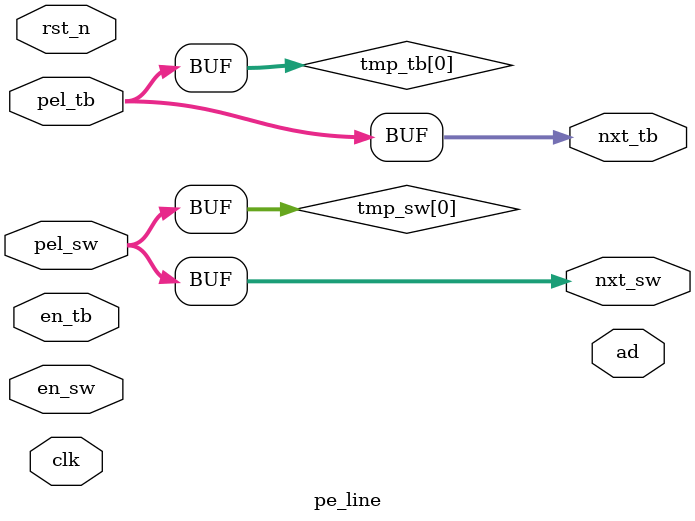
<source format=v>
`default_nettype none
module pe_line
(
  input  wire                    rst_n,
  input  wire                    clk,
  input  wire                    en_sw,
  input  wire                    en_tb,
  input  wire [7:0]              pel_sw,
  input  wire [7:0]              pel_tb,
  output wire [7:0]              nxt_sw,
  output wire [7:0]              nxt_tb,
  output wire [ARRAY_SIZE*8-1:0] ad
);

parameter ARRAY_SIZE = 0;

wire [7:0] tmp_sw [0:ARRAY_SIZE];
wire [7:0] tmp_tb [0:ARRAY_SIZE];
wire [7:0] w_ad [0:ARRAY_SIZE-1];

assign tmp_sw[0] = pel_sw;
assign tmp_tb[0] = pel_tb;
assign nxt_sw    = tmp_sw[ARRAY_SIZE];
assign nxt_tb    = tmp_tb[ARRAY_SIZE];

genvar i;
generate
for(i=0; i<ARRAY_SIZE; i=i+1) begin :PE_LINE
  pe _pe
  (
    .rst_n  ( rst_n       ),
    .clk    ( clk         ),
    .en_sw  ( en_sw       ),
    .en_tb  ( en_tb       ),
    .pel_sw ( tmp_sw[i]   ),
    .pel_tb ( tmp_tb[i]   ),
    .nxt_sw ( tmp_sw[i+1] ),
    .nxt_tb ( tmp_tb[i+1] ),
    .ad     ( w_ad[i]     )
  );
end
endgenerate

// pack AD
generate
for (i=0; i<ARRAY_SIZE; i=i+1) begin: PACK
  assign ad[i*8+:8] = w_ad[i];
end
endgenerate

endmodule
`default_nettype wire

</source>
